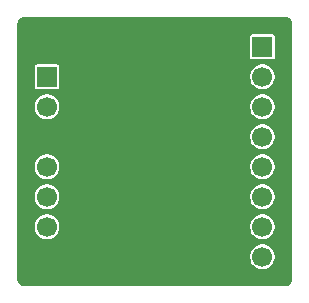
<source format=gbl>
G04 #@! TF.GenerationSoftware,KiCad,Pcbnew,9.0.4*
G04 #@! TF.CreationDate,2025-12-13T20:20:29-05:00*
G04 #@! TF.ProjectId,AD5689RARUZ-RL7_breakboard,41443536-3839-4524-9152-555a2d524c37,rev?*
G04 #@! TF.SameCoordinates,Original*
G04 #@! TF.FileFunction,Copper,L2,Bot*
G04 #@! TF.FilePolarity,Positive*
%FSLAX46Y46*%
G04 Gerber Fmt 4.6, Leading zero omitted, Abs format (unit mm)*
G04 Created by KiCad (PCBNEW 9.0.4) date 2025-12-13 20:20:29*
%MOMM*%
%LPD*%
G01*
G04 APERTURE LIST*
G04 #@! TA.AperFunction,ComponentPad*
%ADD10R,1.700000X1.700000*%
G04 #@! TD*
G04 #@! TA.AperFunction,ComponentPad*
%ADD11C,1.700000*%
G04 #@! TD*
G04 APERTURE END LIST*
D10*
X135750000Y-67310000D03*
D11*
X135750000Y-69850000D03*
X135750000Y-72390000D03*
X135750000Y-74930000D03*
X135750000Y-77470000D03*
X135750000Y-80010000D03*
D10*
X154000000Y-64770000D03*
D11*
X154000000Y-67310000D03*
X154000000Y-69850000D03*
X154000000Y-72390000D03*
X154000000Y-74930000D03*
X154000000Y-77470000D03*
X154000000Y-80010000D03*
X154000000Y-82550000D03*
G04 #@! TA.AperFunction,Conductor*
G36*
X156006922Y-62251280D02*
G01*
X156097266Y-62261459D01*
X156124331Y-62267636D01*
X156203540Y-62295352D01*
X156228553Y-62307398D01*
X156299606Y-62352043D01*
X156321313Y-62369355D01*
X156380644Y-62428686D01*
X156397957Y-62450395D01*
X156442600Y-62521444D01*
X156454648Y-62546462D01*
X156482362Y-62625666D01*
X156488540Y-62652735D01*
X156498720Y-62743076D01*
X156499500Y-62756961D01*
X156499500Y-84493038D01*
X156498720Y-84506922D01*
X156498720Y-84506923D01*
X156488540Y-84597264D01*
X156482362Y-84624333D01*
X156454648Y-84703537D01*
X156442600Y-84728555D01*
X156397957Y-84799604D01*
X156380644Y-84821313D01*
X156321313Y-84880644D01*
X156299604Y-84897957D01*
X156228555Y-84942600D01*
X156203537Y-84954648D01*
X156124333Y-84982362D01*
X156097264Y-84988540D01*
X156017075Y-84997576D01*
X156006921Y-84998720D01*
X155993038Y-84999500D01*
X133756962Y-84999500D01*
X133743078Y-84998720D01*
X133730553Y-84997308D01*
X133652735Y-84988540D01*
X133625666Y-84982362D01*
X133546462Y-84954648D01*
X133521444Y-84942600D01*
X133450395Y-84897957D01*
X133428686Y-84880644D01*
X133369355Y-84821313D01*
X133352042Y-84799604D01*
X133307399Y-84728555D01*
X133295351Y-84703537D01*
X133267637Y-84624333D01*
X133261459Y-84597263D01*
X133251280Y-84506922D01*
X133250500Y-84493038D01*
X133250500Y-82446530D01*
X152949500Y-82446530D01*
X152949500Y-82653469D01*
X152989868Y-82856412D01*
X152989870Y-82856420D01*
X153069058Y-83047596D01*
X153184024Y-83219657D01*
X153330342Y-83365975D01*
X153330345Y-83365977D01*
X153502402Y-83480941D01*
X153693580Y-83560130D01*
X153896530Y-83600499D01*
X153896534Y-83600500D01*
X153896535Y-83600500D01*
X154103466Y-83600500D01*
X154103467Y-83600499D01*
X154306420Y-83560130D01*
X154497598Y-83480941D01*
X154669655Y-83365977D01*
X154815977Y-83219655D01*
X154930941Y-83047598D01*
X155010130Y-82856420D01*
X155050500Y-82653465D01*
X155050500Y-82446535D01*
X155010130Y-82243580D01*
X154930941Y-82052402D01*
X154815977Y-81880345D01*
X154815975Y-81880342D01*
X154669657Y-81734024D01*
X154583626Y-81676541D01*
X154497598Y-81619059D01*
X154306420Y-81539870D01*
X154306412Y-81539868D01*
X154103469Y-81499500D01*
X154103465Y-81499500D01*
X153896535Y-81499500D01*
X153896530Y-81499500D01*
X153693587Y-81539868D01*
X153693579Y-81539870D01*
X153502403Y-81619058D01*
X153330342Y-81734024D01*
X153184024Y-81880342D01*
X153069058Y-82052403D01*
X152989870Y-82243579D01*
X152989868Y-82243587D01*
X152949500Y-82446530D01*
X133250500Y-82446530D01*
X133250500Y-79906530D01*
X134699500Y-79906530D01*
X134699500Y-80113469D01*
X134739868Y-80316412D01*
X134739870Y-80316420D01*
X134819058Y-80507596D01*
X134934024Y-80679657D01*
X135080342Y-80825975D01*
X135080345Y-80825977D01*
X135252402Y-80940941D01*
X135443580Y-81020130D01*
X135646530Y-81060499D01*
X135646534Y-81060500D01*
X135646535Y-81060500D01*
X135853466Y-81060500D01*
X135853467Y-81060499D01*
X136056420Y-81020130D01*
X136247598Y-80940941D01*
X136419655Y-80825977D01*
X136565977Y-80679655D01*
X136680941Y-80507598D01*
X136760130Y-80316420D01*
X136800500Y-80113465D01*
X136800500Y-79906535D01*
X136800499Y-79906530D01*
X152949500Y-79906530D01*
X152949500Y-80113469D01*
X152989868Y-80316412D01*
X152989870Y-80316420D01*
X153069058Y-80507596D01*
X153184024Y-80679657D01*
X153330342Y-80825975D01*
X153330345Y-80825977D01*
X153502402Y-80940941D01*
X153693580Y-81020130D01*
X153896530Y-81060499D01*
X153896534Y-81060500D01*
X153896535Y-81060500D01*
X154103466Y-81060500D01*
X154103467Y-81060499D01*
X154306420Y-81020130D01*
X154497598Y-80940941D01*
X154669655Y-80825977D01*
X154815977Y-80679655D01*
X154930941Y-80507598D01*
X155010130Y-80316420D01*
X155050500Y-80113465D01*
X155050500Y-79906535D01*
X155010130Y-79703580D01*
X154930941Y-79512402D01*
X154815977Y-79340345D01*
X154815975Y-79340342D01*
X154669657Y-79194024D01*
X154583626Y-79136541D01*
X154497598Y-79079059D01*
X154306420Y-78999870D01*
X154306412Y-78999868D01*
X154103469Y-78959500D01*
X154103465Y-78959500D01*
X153896535Y-78959500D01*
X153896530Y-78959500D01*
X153693587Y-78999868D01*
X153693579Y-78999870D01*
X153502403Y-79079058D01*
X153330342Y-79194024D01*
X153184024Y-79340342D01*
X153069058Y-79512403D01*
X152989870Y-79703579D01*
X152989868Y-79703587D01*
X152949500Y-79906530D01*
X136800499Y-79906530D01*
X136760130Y-79703580D01*
X136680941Y-79512402D01*
X136565977Y-79340345D01*
X136565975Y-79340342D01*
X136419657Y-79194024D01*
X136333626Y-79136541D01*
X136247598Y-79079059D01*
X136056420Y-78999870D01*
X136056412Y-78999868D01*
X135853469Y-78959500D01*
X135853465Y-78959500D01*
X135646535Y-78959500D01*
X135646530Y-78959500D01*
X135443587Y-78999868D01*
X135443579Y-78999870D01*
X135252403Y-79079058D01*
X135080342Y-79194024D01*
X134934024Y-79340342D01*
X134819058Y-79512403D01*
X134739870Y-79703579D01*
X134739868Y-79703587D01*
X134699500Y-79906530D01*
X133250500Y-79906530D01*
X133250500Y-77366530D01*
X134699500Y-77366530D01*
X134699500Y-77573469D01*
X134739868Y-77776412D01*
X134739870Y-77776420D01*
X134819058Y-77967596D01*
X134934024Y-78139657D01*
X135080342Y-78285975D01*
X135080345Y-78285977D01*
X135252402Y-78400941D01*
X135443580Y-78480130D01*
X135646530Y-78520499D01*
X135646534Y-78520500D01*
X135646535Y-78520500D01*
X135853466Y-78520500D01*
X135853467Y-78520499D01*
X136056420Y-78480130D01*
X136247598Y-78400941D01*
X136419655Y-78285977D01*
X136565977Y-78139655D01*
X136680941Y-77967598D01*
X136760130Y-77776420D01*
X136800500Y-77573465D01*
X136800500Y-77366535D01*
X136800499Y-77366530D01*
X152949500Y-77366530D01*
X152949500Y-77573469D01*
X152989868Y-77776412D01*
X152989870Y-77776420D01*
X153069058Y-77967596D01*
X153184024Y-78139657D01*
X153330342Y-78285975D01*
X153330345Y-78285977D01*
X153502402Y-78400941D01*
X153693580Y-78480130D01*
X153896530Y-78520499D01*
X153896534Y-78520500D01*
X153896535Y-78520500D01*
X154103466Y-78520500D01*
X154103467Y-78520499D01*
X154306420Y-78480130D01*
X154497598Y-78400941D01*
X154669655Y-78285977D01*
X154815977Y-78139655D01*
X154930941Y-77967598D01*
X155010130Y-77776420D01*
X155050500Y-77573465D01*
X155050500Y-77366535D01*
X155010130Y-77163580D01*
X154930941Y-76972402D01*
X154815977Y-76800345D01*
X154815975Y-76800342D01*
X154669657Y-76654024D01*
X154583626Y-76596541D01*
X154497598Y-76539059D01*
X154306420Y-76459870D01*
X154306412Y-76459868D01*
X154103469Y-76419500D01*
X154103465Y-76419500D01*
X153896535Y-76419500D01*
X153896530Y-76419500D01*
X153693587Y-76459868D01*
X153693579Y-76459870D01*
X153502403Y-76539058D01*
X153330342Y-76654024D01*
X153184024Y-76800342D01*
X153069058Y-76972403D01*
X152989870Y-77163579D01*
X152989868Y-77163587D01*
X152949500Y-77366530D01*
X136800499Y-77366530D01*
X136760130Y-77163580D01*
X136680941Y-76972402D01*
X136565977Y-76800345D01*
X136565975Y-76800342D01*
X136419657Y-76654024D01*
X136333626Y-76596541D01*
X136247598Y-76539059D01*
X136056420Y-76459870D01*
X136056412Y-76459868D01*
X135853469Y-76419500D01*
X135853465Y-76419500D01*
X135646535Y-76419500D01*
X135646530Y-76419500D01*
X135443587Y-76459868D01*
X135443579Y-76459870D01*
X135252403Y-76539058D01*
X135080342Y-76654024D01*
X134934024Y-76800342D01*
X134819058Y-76972403D01*
X134739870Y-77163579D01*
X134739868Y-77163587D01*
X134699500Y-77366530D01*
X133250500Y-77366530D01*
X133250500Y-74826530D01*
X134699500Y-74826530D01*
X134699500Y-75033469D01*
X134739868Y-75236412D01*
X134739870Y-75236420D01*
X134819058Y-75427596D01*
X134934024Y-75599657D01*
X135080342Y-75745975D01*
X135080345Y-75745977D01*
X135252402Y-75860941D01*
X135443580Y-75940130D01*
X135646530Y-75980499D01*
X135646534Y-75980500D01*
X135646535Y-75980500D01*
X135853466Y-75980500D01*
X135853467Y-75980499D01*
X136056420Y-75940130D01*
X136247598Y-75860941D01*
X136419655Y-75745977D01*
X136565977Y-75599655D01*
X136680941Y-75427598D01*
X136760130Y-75236420D01*
X136800500Y-75033465D01*
X136800500Y-74826535D01*
X136800499Y-74826530D01*
X152949500Y-74826530D01*
X152949500Y-75033469D01*
X152989868Y-75236412D01*
X152989870Y-75236420D01*
X153069058Y-75427596D01*
X153184024Y-75599657D01*
X153330342Y-75745975D01*
X153330345Y-75745977D01*
X153502402Y-75860941D01*
X153693580Y-75940130D01*
X153896530Y-75980499D01*
X153896534Y-75980500D01*
X153896535Y-75980500D01*
X154103466Y-75980500D01*
X154103467Y-75980499D01*
X154306420Y-75940130D01*
X154497598Y-75860941D01*
X154669655Y-75745977D01*
X154815977Y-75599655D01*
X154930941Y-75427598D01*
X155010130Y-75236420D01*
X155050500Y-75033465D01*
X155050500Y-74826535D01*
X155010130Y-74623580D01*
X154930941Y-74432402D01*
X154815977Y-74260345D01*
X154815975Y-74260342D01*
X154669657Y-74114024D01*
X154583626Y-74056541D01*
X154497598Y-73999059D01*
X154306420Y-73919870D01*
X154306412Y-73919868D01*
X154103469Y-73879500D01*
X154103465Y-73879500D01*
X153896535Y-73879500D01*
X153896530Y-73879500D01*
X153693587Y-73919868D01*
X153693579Y-73919870D01*
X153502403Y-73999058D01*
X153330342Y-74114024D01*
X153184024Y-74260342D01*
X153069058Y-74432403D01*
X152989870Y-74623579D01*
X152989868Y-74623587D01*
X152949500Y-74826530D01*
X136800499Y-74826530D01*
X136760130Y-74623580D01*
X136680941Y-74432402D01*
X136565977Y-74260345D01*
X136565975Y-74260342D01*
X136419657Y-74114024D01*
X136333626Y-74056541D01*
X136247598Y-73999059D01*
X136056420Y-73919870D01*
X136056412Y-73919868D01*
X135853469Y-73879500D01*
X135853465Y-73879500D01*
X135646535Y-73879500D01*
X135646530Y-73879500D01*
X135443587Y-73919868D01*
X135443579Y-73919870D01*
X135252403Y-73999058D01*
X135080342Y-74114024D01*
X134934024Y-74260342D01*
X134819058Y-74432403D01*
X134739870Y-74623579D01*
X134739868Y-74623587D01*
X134699500Y-74826530D01*
X133250500Y-74826530D01*
X133250500Y-72286530D01*
X152949500Y-72286530D01*
X152949500Y-72493469D01*
X152989868Y-72696412D01*
X152989870Y-72696420D01*
X153069058Y-72887596D01*
X153184024Y-73059657D01*
X153330342Y-73205975D01*
X153330345Y-73205977D01*
X153502402Y-73320941D01*
X153693580Y-73400130D01*
X153896530Y-73440499D01*
X153896534Y-73440500D01*
X153896535Y-73440500D01*
X154103466Y-73440500D01*
X154103467Y-73440499D01*
X154306420Y-73400130D01*
X154497598Y-73320941D01*
X154669655Y-73205977D01*
X154815977Y-73059655D01*
X154930941Y-72887598D01*
X155010130Y-72696420D01*
X155050500Y-72493465D01*
X155050500Y-72286535D01*
X155010130Y-72083580D01*
X154930941Y-71892402D01*
X154815977Y-71720345D01*
X154815975Y-71720342D01*
X154669657Y-71574024D01*
X154583626Y-71516541D01*
X154497598Y-71459059D01*
X154306420Y-71379870D01*
X154306412Y-71379868D01*
X154103469Y-71339500D01*
X154103465Y-71339500D01*
X153896535Y-71339500D01*
X153896530Y-71339500D01*
X153693587Y-71379868D01*
X153693579Y-71379870D01*
X153502403Y-71459058D01*
X153330342Y-71574024D01*
X153184024Y-71720342D01*
X153069058Y-71892403D01*
X152989870Y-72083579D01*
X152989868Y-72083587D01*
X152949500Y-72286530D01*
X133250500Y-72286530D01*
X133250500Y-69746530D01*
X134699500Y-69746530D01*
X134699500Y-69953469D01*
X134739868Y-70156412D01*
X134739870Y-70156420D01*
X134819058Y-70347596D01*
X134934024Y-70519657D01*
X135080342Y-70665975D01*
X135080345Y-70665977D01*
X135252402Y-70780941D01*
X135443580Y-70860130D01*
X135646530Y-70900499D01*
X135646534Y-70900500D01*
X135646535Y-70900500D01*
X135853466Y-70900500D01*
X135853467Y-70900499D01*
X136056420Y-70860130D01*
X136247598Y-70780941D01*
X136419655Y-70665977D01*
X136565977Y-70519655D01*
X136680941Y-70347598D01*
X136760130Y-70156420D01*
X136800500Y-69953465D01*
X136800500Y-69746535D01*
X136800499Y-69746530D01*
X152949500Y-69746530D01*
X152949500Y-69953469D01*
X152989868Y-70156412D01*
X152989870Y-70156420D01*
X153069058Y-70347596D01*
X153184024Y-70519657D01*
X153330342Y-70665975D01*
X153330345Y-70665977D01*
X153502402Y-70780941D01*
X153693580Y-70860130D01*
X153896530Y-70900499D01*
X153896534Y-70900500D01*
X153896535Y-70900500D01*
X154103466Y-70900500D01*
X154103467Y-70900499D01*
X154306420Y-70860130D01*
X154497598Y-70780941D01*
X154669655Y-70665977D01*
X154815977Y-70519655D01*
X154930941Y-70347598D01*
X155010130Y-70156420D01*
X155050500Y-69953465D01*
X155050500Y-69746535D01*
X155010130Y-69543580D01*
X154930941Y-69352402D01*
X154815977Y-69180345D01*
X154815975Y-69180342D01*
X154669657Y-69034024D01*
X154583626Y-68976541D01*
X154497598Y-68919059D01*
X154306420Y-68839870D01*
X154306412Y-68839868D01*
X154103469Y-68799500D01*
X154103465Y-68799500D01*
X153896535Y-68799500D01*
X153896530Y-68799500D01*
X153693587Y-68839868D01*
X153693579Y-68839870D01*
X153502403Y-68919058D01*
X153330342Y-69034024D01*
X153184024Y-69180342D01*
X153069058Y-69352403D01*
X152989870Y-69543579D01*
X152989868Y-69543587D01*
X152949500Y-69746530D01*
X136800499Y-69746530D01*
X136760130Y-69543580D01*
X136680941Y-69352402D01*
X136565977Y-69180345D01*
X136565975Y-69180342D01*
X136419657Y-69034024D01*
X136333626Y-68976541D01*
X136247598Y-68919059D01*
X136056420Y-68839870D01*
X136056412Y-68839868D01*
X135853469Y-68799500D01*
X135853465Y-68799500D01*
X135646535Y-68799500D01*
X135646530Y-68799500D01*
X135443587Y-68839868D01*
X135443579Y-68839870D01*
X135252403Y-68919058D01*
X135080342Y-69034024D01*
X134934024Y-69180342D01*
X134819058Y-69352403D01*
X134739870Y-69543579D01*
X134739868Y-69543587D01*
X134699500Y-69746530D01*
X133250500Y-69746530D01*
X133250500Y-66440247D01*
X134699500Y-66440247D01*
X134699500Y-68179752D01*
X134711131Y-68238229D01*
X134711132Y-68238230D01*
X134755447Y-68304552D01*
X134821769Y-68348867D01*
X134821770Y-68348868D01*
X134880247Y-68360499D01*
X134880250Y-68360500D01*
X134880252Y-68360500D01*
X136619750Y-68360500D01*
X136619751Y-68360499D01*
X136634568Y-68357552D01*
X136678229Y-68348868D01*
X136678229Y-68348867D01*
X136678231Y-68348867D01*
X136744552Y-68304552D01*
X136788867Y-68238231D01*
X136788867Y-68238229D01*
X136788868Y-68238229D01*
X136800499Y-68179752D01*
X136800500Y-68179750D01*
X136800500Y-67206530D01*
X152949500Y-67206530D01*
X152949500Y-67413469D01*
X152989868Y-67616412D01*
X152989870Y-67616420D01*
X153069058Y-67807596D01*
X153184024Y-67979657D01*
X153330342Y-68125975D01*
X153330345Y-68125977D01*
X153502402Y-68240941D01*
X153693580Y-68320130D01*
X153838052Y-68348867D01*
X153896530Y-68360499D01*
X153896534Y-68360500D01*
X153896535Y-68360500D01*
X154103466Y-68360500D01*
X154103467Y-68360499D01*
X154306420Y-68320130D01*
X154497598Y-68240941D01*
X154669655Y-68125977D01*
X154815977Y-67979655D01*
X154930941Y-67807598D01*
X155010130Y-67616420D01*
X155050500Y-67413465D01*
X155050500Y-67206535D01*
X155010130Y-67003580D01*
X154930941Y-66812402D01*
X154815977Y-66640345D01*
X154815975Y-66640342D01*
X154669657Y-66494024D01*
X154501655Y-66381770D01*
X154497598Y-66379059D01*
X154306420Y-66299870D01*
X154306412Y-66299868D01*
X154103469Y-66259500D01*
X154103465Y-66259500D01*
X153896535Y-66259500D01*
X153896530Y-66259500D01*
X153693587Y-66299868D01*
X153693579Y-66299870D01*
X153502403Y-66379058D01*
X153330342Y-66494024D01*
X153184024Y-66640342D01*
X153069058Y-66812403D01*
X152989870Y-67003579D01*
X152989868Y-67003587D01*
X152949500Y-67206530D01*
X136800500Y-67206530D01*
X136800500Y-66440249D01*
X136800499Y-66440247D01*
X136788868Y-66381770D01*
X136788867Y-66381769D01*
X136744552Y-66315447D01*
X136678230Y-66271132D01*
X136678229Y-66271131D01*
X136619752Y-66259500D01*
X136619748Y-66259500D01*
X134880252Y-66259500D01*
X134880247Y-66259500D01*
X134821770Y-66271131D01*
X134821769Y-66271132D01*
X134755447Y-66315447D01*
X134711132Y-66381769D01*
X134711131Y-66381770D01*
X134699500Y-66440247D01*
X133250500Y-66440247D01*
X133250500Y-63900247D01*
X152949500Y-63900247D01*
X152949500Y-65639752D01*
X152961131Y-65698229D01*
X152961132Y-65698230D01*
X153005447Y-65764552D01*
X153071769Y-65808867D01*
X153071770Y-65808868D01*
X153130247Y-65820499D01*
X153130250Y-65820500D01*
X153130252Y-65820500D01*
X154869750Y-65820500D01*
X154869751Y-65820499D01*
X154884568Y-65817552D01*
X154928229Y-65808868D01*
X154928229Y-65808867D01*
X154928231Y-65808867D01*
X154994552Y-65764552D01*
X155038867Y-65698231D01*
X155038867Y-65698229D01*
X155038868Y-65698229D01*
X155050499Y-65639752D01*
X155050500Y-65639750D01*
X155050500Y-63900249D01*
X155050499Y-63900247D01*
X155038868Y-63841770D01*
X155038867Y-63841769D01*
X154994552Y-63775447D01*
X154928230Y-63731132D01*
X154928229Y-63731131D01*
X154869752Y-63719500D01*
X154869748Y-63719500D01*
X153130252Y-63719500D01*
X153130247Y-63719500D01*
X153071770Y-63731131D01*
X153071769Y-63731132D01*
X153005447Y-63775447D01*
X152961132Y-63841769D01*
X152961131Y-63841770D01*
X152949500Y-63900247D01*
X133250500Y-63900247D01*
X133250500Y-62756961D01*
X133251280Y-62743077D01*
X133251280Y-62743076D01*
X133261460Y-62652729D01*
X133267635Y-62625670D01*
X133295353Y-62546456D01*
X133307396Y-62521450D01*
X133352046Y-62450389D01*
X133369351Y-62428690D01*
X133428690Y-62369351D01*
X133450389Y-62352046D01*
X133521450Y-62307396D01*
X133546456Y-62295353D01*
X133625670Y-62267635D01*
X133652733Y-62261459D01*
X133715419Y-62254396D01*
X133743079Y-62251280D01*
X133756962Y-62250500D01*
X133815892Y-62250500D01*
X155934108Y-62250500D01*
X155993038Y-62250500D01*
X156006922Y-62251280D01*
G37*
G04 #@! TD.AperFunction*
M02*

</source>
